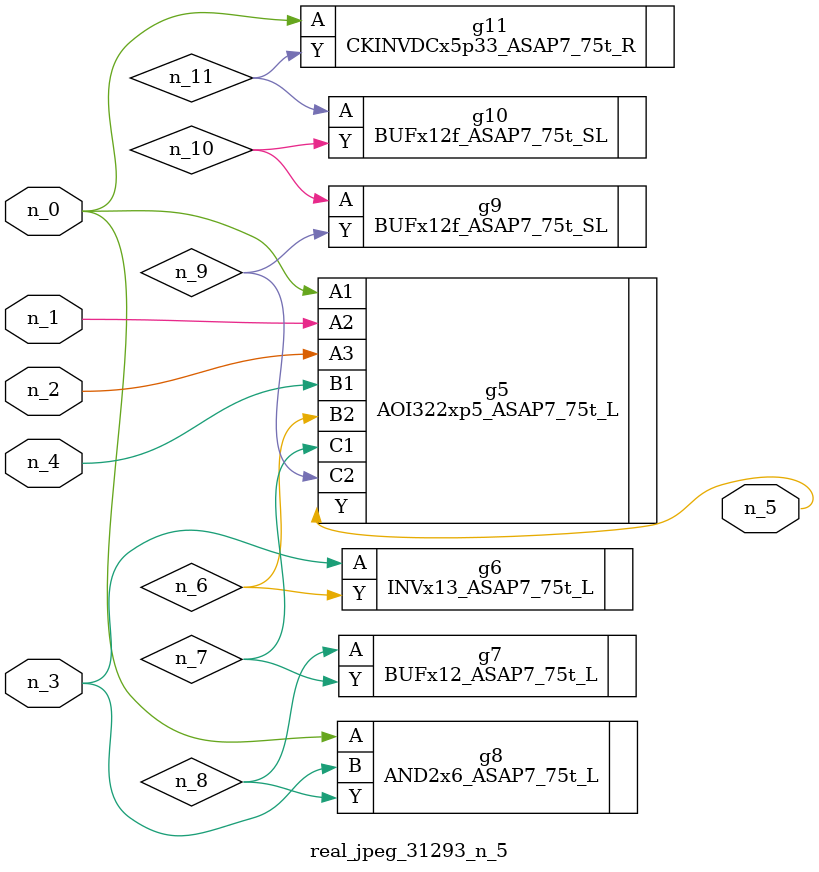
<source format=v>
module real_jpeg_31293_n_5 (n_4, n_0, n_1, n_2, n_3, n_5);

input n_4;
input n_0;
input n_1;
input n_2;
input n_3;

output n_5;

wire n_8;
wire n_11;
wire n_6;
wire n_7;
wire n_10;
wire n_9;

AOI322xp5_ASAP7_75t_L g5 ( 
.A1(n_0),
.A2(n_1),
.A3(n_2),
.B1(n_4),
.B2(n_6),
.C1(n_7),
.C2(n_9),
.Y(n_5)
);

AND2x6_ASAP7_75t_L g8 ( 
.A(n_0),
.B(n_3),
.Y(n_8)
);

CKINVDCx5p33_ASAP7_75t_R g11 ( 
.A(n_0),
.Y(n_11)
);

INVx13_ASAP7_75t_L g6 ( 
.A(n_3),
.Y(n_6)
);

BUFx12_ASAP7_75t_L g7 ( 
.A(n_8),
.Y(n_7)
);

BUFx12f_ASAP7_75t_SL g9 ( 
.A(n_10),
.Y(n_9)
);

BUFx12f_ASAP7_75t_SL g10 ( 
.A(n_11),
.Y(n_10)
);


endmodule
</source>
